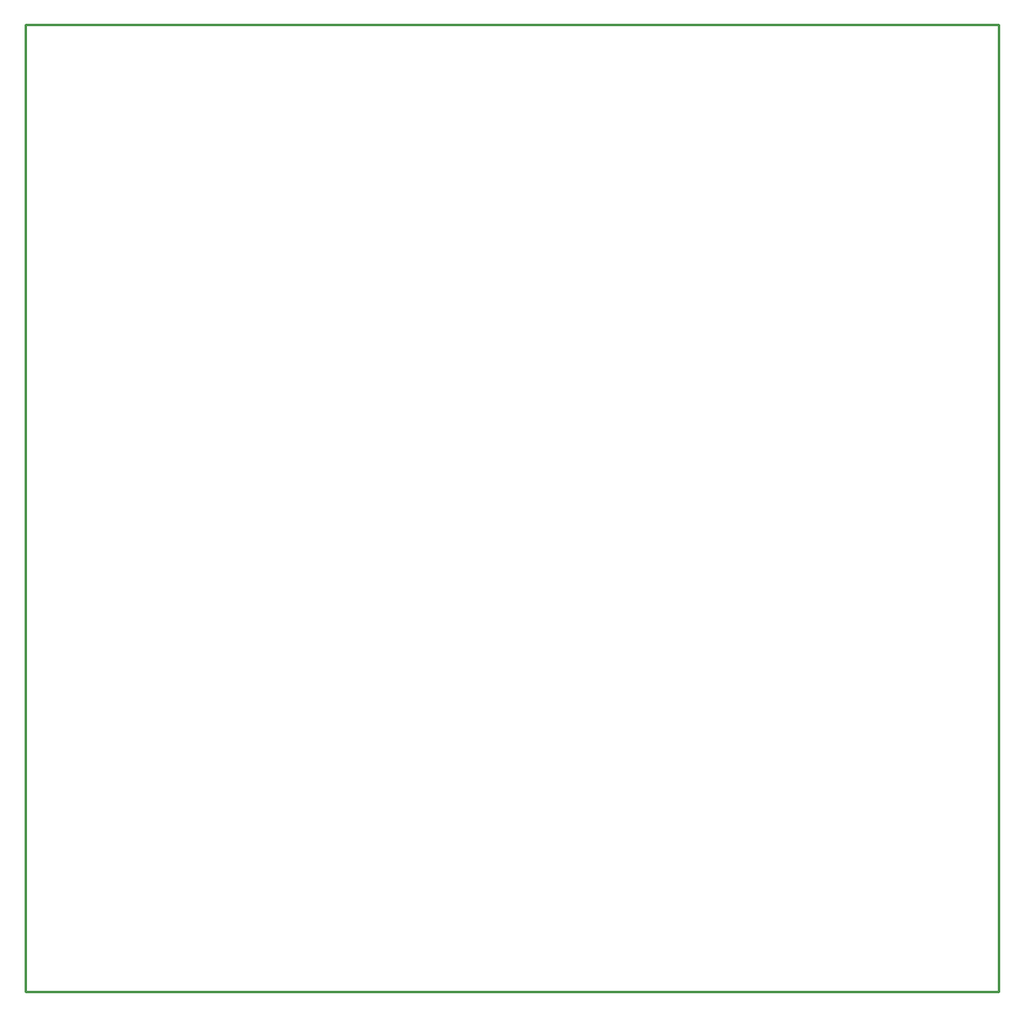
<source format=gko>
G04 Layer_Color=16711935*
%FSLAX25Y25*%
%MOIN*%
G70*
G01*
G75*
%ADD27C,0.01000*%
D27*
X1000Y1000D02*
Y394000D01*
X397000D01*
Y500D02*
Y394000D01*
X1000Y500D02*
X397000D01*
X1000D02*
Y1000D01*
M02*

</source>
